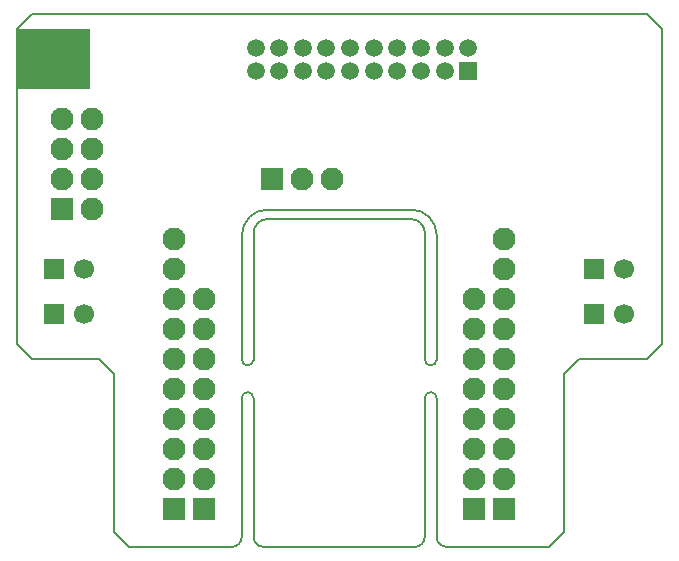
<source format=gbs>
G04 Layer_Color=16711935*
%FSLAX43Y43*%
%MOMM*%
G71*
G01*
G75*
%ADD20C,0.127*%
%ADD33R,6.203X5.203*%
%ADD41R,1.950X1.950*%
%ADD42C,1.950*%
%ADD43R,1.950X1.950*%
%ADD44C,1.700*%
%ADD45R,1.700X1.700*%
%ADD46R,1.500X1.500*%
%ADD47C,1.500*%
D20*
X33689Y-45085D02*
G03*
X34535Y-44239I0J846D01*
G01*
X20035D02*
G03*
X20881Y-45085I846J0D01*
G01*
X20035Y-32485D02*
G03*
X19035Y-32485I-500J0D01*
G01*
X18189Y-45085D02*
G03*
X19035Y-44239I-0J846D01*
G01*
X35535Y-32485D02*
G03*
X34535Y-32485I-500J0D01*
G01*
Y-29220D02*
G03*
X35535Y-29220I500J0D01*
G01*
Y-18669D02*
G03*
X33386Y-16520I-2149J0D01*
G01*
X34535Y-18510D02*
G03*
X33345Y-17320I-1190J0D01*
G01*
X21225D02*
G03*
X20035Y-18510I0J-1190D01*
G01*
X21229Y-16520D02*
G03*
X19035Y-18714I0J-2194D01*
G01*
Y-29220D02*
G03*
X20035Y-29220I500J0D01*
G01*
X35535Y-44239D02*
G03*
X36381Y-45085I846J0D01*
G01*
X54610Y-27940D02*
Y-1270D01*
X53340Y0D02*
X54610Y-1270D01*
X1270Y0D02*
X53340D01*
X46355Y-43815D02*
Y-30480D01*
X36381Y-45085D02*
X45085D01*
X46355Y-43815D01*
X8255D02*
Y-30480D01*
Y-43815D02*
X9525Y-45085D01*
X18189D01*
X0Y-27940D02*
Y-1270D01*
X1270Y0D01*
X20881Y-45085D02*
X33689D01*
X20035Y-44239D02*
Y-32520D01*
X19035Y-44239D02*
X19035Y-32520D01*
X35535D02*
X35535Y-44239D01*
X34535Y-44239D02*
Y-32520D01*
X46355Y-30480D02*
X47625Y-29210D01*
X53340D02*
X54610Y-27940D01*
X47625Y-29210D02*
X53340D01*
X0Y-27940D02*
X1270Y-29210D01*
X6985D01*
X8255Y-30480D01*
X35535Y-29220D02*
Y-18669D01*
X34535Y-29220D02*
Y-18510D01*
X21229Y-16520D02*
X33386D01*
X21225Y-17320D02*
X33345D01*
X20035Y-29220D02*
Y-18510D01*
X19035Y-29220D02*
Y-18714D01*
D33*
X3175Y-3810D02*
D03*
D41*
X3810Y-16510D02*
D03*
X13335Y-41910D02*
D03*
X41275D02*
D03*
X15875D02*
D03*
X38735D02*
D03*
D42*
X3810Y-13970D02*
D03*
Y-11430D02*
D03*
Y-8890D02*
D03*
X6350D02*
D03*
Y-11430D02*
D03*
Y-13970D02*
D03*
Y-16510D02*
D03*
X24130Y-13970D02*
D03*
X26670D02*
D03*
X13335Y-39370D02*
D03*
Y-36830D02*
D03*
Y-34290D02*
D03*
Y-31750D02*
D03*
Y-29210D02*
D03*
Y-26670D02*
D03*
Y-24130D02*
D03*
Y-21590D02*
D03*
Y-19050D02*
D03*
X41275Y-39370D02*
D03*
Y-36830D02*
D03*
Y-34290D02*
D03*
Y-31750D02*
D03*
Y-29210D02*
D03*
Y-26670D02*
D03*
Y-24130D02*
D03*
Y-21590D02*
D03*
Y-19050D02*
D03*
X15875Y-29210D02*
D03*
Y-31750D02*
D03*
Y-39370D02*
D03*
Y-36830D02*
D03*
Y-34290D02*
D03*
Y-26670D02*
D03*
Y-24130D02*
D03*
X38735Y-29210D02*
D03*
Y-31750D02*
D03*
Y-39370D02*
D03*
Y-36830D02*
D03*
Y-34290D02*
D03*
Y-26670D02*
D03*
Y-24130D02*
D03*
D43*
X21590Y-13970D02*
D03*
D44*
X5715Y-21590D02*
D03*
X51435D02*
D03*
X5715Y-25400D02*
D03*
X51435D02*
D03*
D45*
X3175Y-21590D02*
D03*
X48895D02*
D03*
X3175Y-25400D02*
D03*
X48895D02*
D03*
D46*
X38210Y-4810D02*
D03*
D47*
X36210D02*
D03*
X34210D02*
D03*
X32210D02*
D03*
X30210D02*
D03*
X28210D02*
D03*
X26210D02*
D03*
X24210D02*
D03*
X38210Y-2810D02*
D03*
X36210D02*
D03*
X34210D02*
D03*
X32210D02*
D03*
X30210D02*
D03*
X28210D02*
D03*
X26210D02*
D03*
X24210D02*
D03*
X22210D02*
D03*
Y-4810D02*
D03*
X20210D02*
D03*
Y-2810D02*
D03*
M02*

</source>
